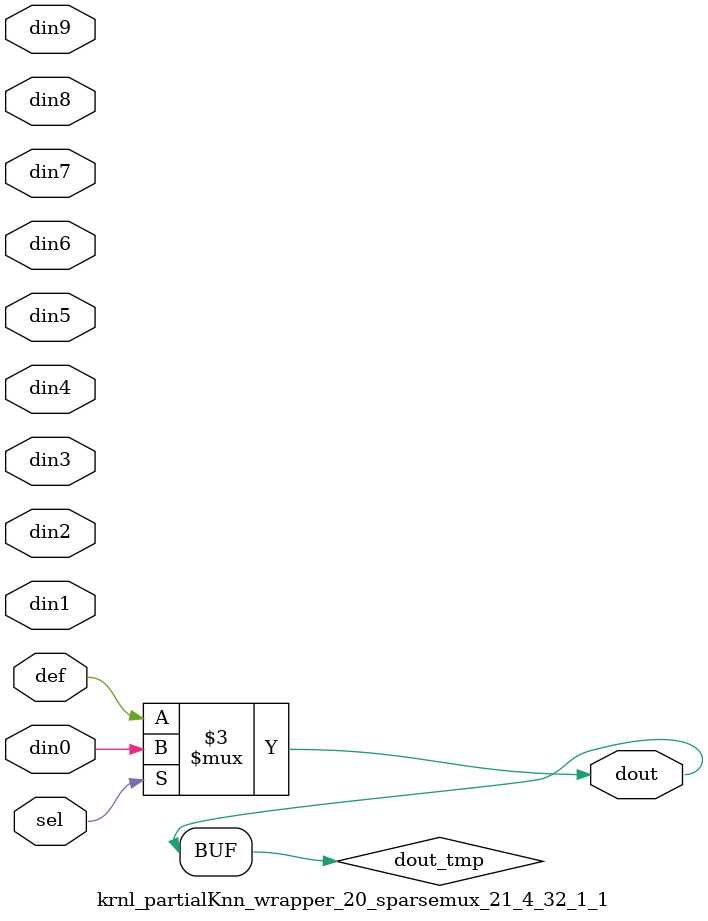
<source format=v>
`timescale 1ns / 1ps

module krnl_partialKnn_wrapper_20_sparsemux_21_4_32_1_1 (din0,din1,din2,din3,din4,din5,din6,din7,din8,din9,def,sel,dout);

parameter din0_WIDTH = 1;

parameter din1_WIDTH = 1;

parameter din2_WIDTH = 1;

parameter din3_WIDTH = 1;

parameter din4_WIDTH = 1;

parameter din5_WIDTH = 1;

parameter din6_WIDTH = 1;

parameter din7_WIDTH = 1;

parameter din8_WIDTH = 1;

parameter din9_WIDTH = 1;

parameter def_WIDTH = 1;
parameter sel_WIDTH = 1;
parameter dout_WIDTH = 1;

parameter [sel_WIDTH-1:0] CASE0 = 1;

parameter [sel_WIDTH-1:0] CASE1 = 1;

parameter [sel_WIDTH-1:0] CASE2 = 1;

parameter [sel_WIDTH-1:0] CASE3 = 1;

parameter [sel_WIDTH-1:0] CASE4 = 1;

parameter [sel_WIDTH-1:0] CASE5 = 1;

parameter [sel_WIDTH-1:0] CASE6 = 1;

parameter [sel_WIDTH-1:0] CASE7 = 1;

parameter [sel_WIDTH-1:0] CASE8 = 1;

parameter [sel_WIDTH-1:0] CASE9 = 1;

parameter ID = 1;
parameter NUM_STAGE = 1;



input [din0_WIDTH-1:0] din0;

input [din1_WIDTH-1:0] din1;

input [din2_WIDTH-1:0] din2;

input [din3_WIDTH-1:0] din3;

input [din4_WIDTH-1:0] din4;

input [din5_WIDTH-1:0] din5;

input [din6_WIDTH-1:0] din6;

input [din7_WIDTH-1:0] din7;

input [din8_WIDTH-1:0] din8;

input [din9_WIDTH-1:0] din9;

input [def_WIDTH-1:0] def;
input [sel_WIDTH-1:0] sel;

output [dout_WIDTH-1:0] dout;



reg [dout_WIDTH-1:0] dout_tmp;

always @ (*) begin
case (sel)
    
    CASE0 : dout_tmp = din0;
    
    CASE1 : dout_tmp = din1;
    
    CASE2 : dout_tmp = din2;
    
    CASE3 : dout_tmp = din3;
    
    CASE4 : dout_tmp = din4;
    
    CASE5 : dout_tmp = din5;
    
    CASE6 : dout_tmp = din6;
    
    CASE7 : dout_tmp = din7;
    
    CASE8 : dout_tmp = din8;
    
    CASE9 : dout_tmp = din9;
    
    default : dout_tmp = def;
endcase
end


assign dout = dout_tmp;



endmodule

</source>
